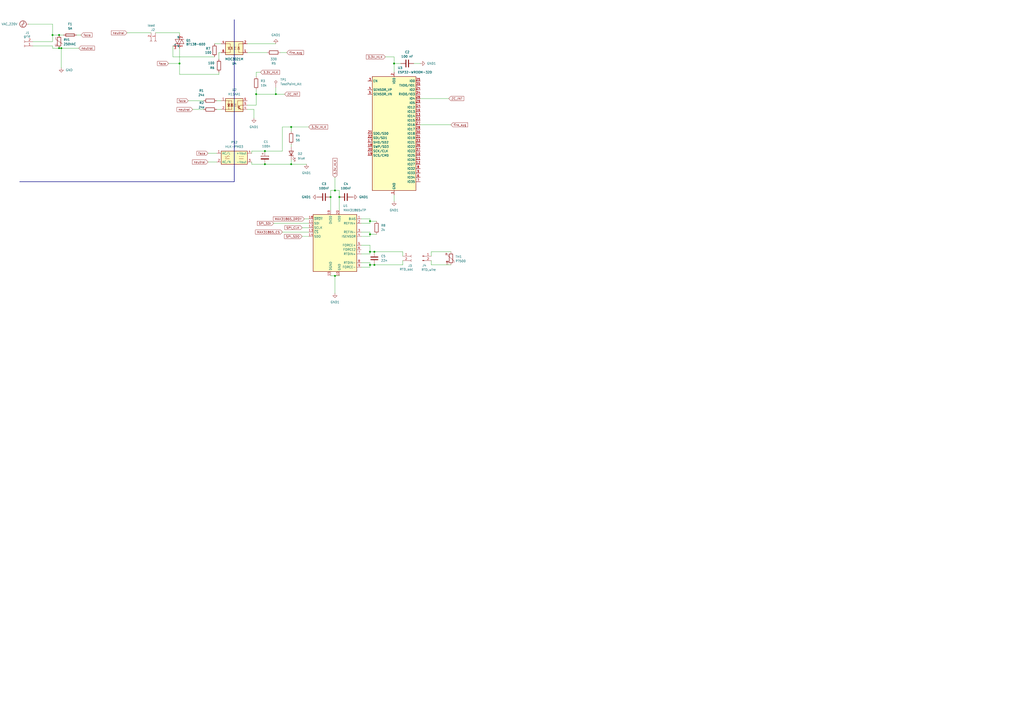
<source format=kicad_sch>
(kicad_sch (version 20250114) (generator "eeschema") (generator_version "9.0")
  (paper "A2")
  (lib_symbols
    (symbol "Connector:Conn_01x02_Pin" (pin_names (offset 1.016) (hide yes))
      (property "Reference" "J" (at 0 2.54 0))
      (property "Value" "Conn_01x02_Pin" (at 0 -5.08 0))
      (symbol "Conn_01x02_Pin_1_1"
        (rectangle (start 0.8636 0.127) (end 0 -0.127) (stroke (width 0.1524)) (fill (type outline)))
        (rectangle (start 0.8636 -2.413) (end 0 -2.667) (stroke (width 0.1524)) (fill (type outline)))
        (polyline (pts (xy 1.27 0) (xy 0.8636 0)) (stroke (width 0.1524)))
        (polyline (pts (xy 1.27 -2.54) (xy 0.8636 -2.54)) (stroke (width 0.1524)))
        (pin passive line (at 5.08 0 180) (length 3.81) (name "Pin_1") (number "1"))
        (pin passive line (at 5.08 -2.54 180) (length 3.81) (name "Pin_2") (number "2"))
      )
    )
    (symbol "Connector:Conn_01x02_Socket" (pin_names (offset 1.016) (hide yes))
      (property "Reference" "J" (at 0 2.54 0))
      (property "Value" "Conn_01x02_Socket" (at 0 -5.08 0))
      (symbol "Conn_01x02_Socket_1_1"
        (polyline (pts (xy -1.27 0) (xy -0.508 0)) (stroke (width 0.1524)))
        (polyline (pts (xy -1.27 -2.54) (xy -0.508 -2.54)) (stroke (width 0.1524)))
        (arc (start 0 -0.508) (mid -0.5058 0) (end 0 0.508) (stroke (width 0.1524)))
        (arc (start 0 -3.048) (mid -0.5058 -2.54) (end 0 -2.032) (stroke (width 0.1524)))
        (pin passive line (at -5.08 0 0) (length 3.81) (name "Pin_1") (number "1"))
        (pin passive line (at -5.08 -2.54 0) (length 3.81) (name "Pin_2") (number "2"))
      )
    )
    (symbol "Connector:TestPoint_Alt" (pin_numbers (hide yes)) (pin_names (offset 0.762) (hide yes))
      (property "Reference" "TP" (at 0 6.858 0))
      (property "Value" "TestPoint_Alt" (at 0 5.08 0))
      (symbol "TestPoint_Alt_0_1"
        (polyline (pts (xy 0 2.54) (xy -0.762 3.302) (xy 0 4.064) (xy 0.762 3.302) (xy 0 2.54)))
      )
      (symbol "TestPoint_Alt_1_1"
        (pin passive line (at 0 0 90) (length 2.54) (name "1") (number "1"))
      )
    )
    (symbol "Converter_ACDC:HLK-PM03"
      (property "Reference" "PS" (at 0 5.08 0))
      (property "Value" "HLK-PM03" (at 0 -5.08 0))
      (symbol "HLK-PM03_0_1"
        (rectangle (start -7.62 3.81) (end 7.62 -3.81) (stroke (width 0.254)) (fill (type background)))
        (polyline (pts (xy -5.334 -0.635) (xy -2.794 -0.635)))
        (arc (start -4.064 0.635) (mid -4.699 0.2495) (end -5.334 0.635))
        (arc (start -4.064 0.635) (mid -3.429 1.0072) (end -2.794 0.635))
        (polyline (pts (xy 0 3.81) (xy 0 3.175)))
        (polyline (pts (xy 0 2.54) (xy 0 1.905)))
        (polyline (pts (xy 0 1.27) (xy 0 0.635)))
        (polyline (pts (xy 0 0) (xy 0 -0.635)))
        (polyline (pts (xy 0 -1.27) (xy 0 -1.905)))
        (polyline (pts (xy 0 -2.54) (xy 0 -3.175)))
        (polyline (pts (xy 2.794 0.635) (xy 3.302 0.635)))
        (polyline (pts (xy 2.794 -0.635) (xy 5.334 -0.635)))
        (polyline (pts (xy 3.81 0.635) (xy 4.318 0.635)))
        (polyline (pts (xy 4.826 0.635) (xy 5.334 0.635)))
      )
      (symbol "HLK-PM03_1_1"
        (pin power_in line (at -10.16 2.54 0) (length 2.54) (name "AC/L") (number "1"))
        (pin power_in line (at -10.16 -2.54 0) (length 2.54) (name "AC/N") (number "2"))
        (pin power_out line (at 10.16 2.54 180) (length 2.54) (name "+Vout") (number "4"))
        (pin power_out line (at 10.16 -2.54 180) (length 2.54) (name "-Vout") (number "3"))
      )
    )
    (symbol "Device:C" (pin_numbers (hide yes)) (pin_names (offset 0.254))
      (property "Reference" "C" (at 0.635 2.54 0))
      (property "Value" "C" (at 0.635 -2.54 0))
      (symbol "C_0_1"
        (polyline (pts (xy -2.032 0.762) (xy 2.032 0.762)) (stroke (width 0.508)))
        (polyline (pts (xy -2.032 -0.762) (xy 2.032 -0.762)) (stroke (width 0.508)))
      )
      (symbol "C_1_1"
        (pin passive line (at 0 3.81 270) (length 2.794) (name "~") (number "1"))
        (pin passive line (at 0 -3.81 90) (length 2.794) (name "~") (number "2"))
      )
    )
    (symbol "Device:C_Polarized" (pin_numbers (hide yes)) (pin_names (offset 0.254))
      (property "Reference" "C" (at 0.635 2.54 0))
      (property "Value" "C_Polarized" (at 0.635 -2.54 0))
      (symbol "C_Polarized_0_1"
        (rectangle (start -2.286 0.508) (end 2.286 1.016))
        (polyline (pts (xy -1.778 2.286) (xy -0.762 2.286)))
        (polyline (pts (xy -1.27 2.794) (xy -1.27 1.778)))
        (rectangle (start 2.286 -0.508) (end -2.286 -1.016) (fill (type outline)))
      )
      (symbol "C_Polarized_1_1"
        (pin passive line (at 0 3.81 270) (length 2.794) (name "~") (number "1"))
        (pin passive line (at 0 -3.81 90) (length 2.794) (name "~") (number "2"))
      )
    )
    (symbol "Device:Fuse" (pin_numbers (hide yes)) (pin_names (offset 0))
      (property "Reference" "F" (at 2.032 0 90))
      (property "Value" "Fuse" (at -1.905 0 90))
      (symbol "Fuse_0_1"
        (rectangle (start -0.762 -2.54) (end 0.762 2.54) (stroke (width 0.254)))
        (polyline (pts (xy 0 2.54) (xy 0 -2.54)))
      )
      (symbol "Fuse_1_1"
        (pin passive line (at 0 3.81 270) (length 1.27) (name "~") (number "1"))
        (pin passive line (at 0 -3.81 90) (length 1.27) (name "~") (number "2"))
      )
    )
    (symbol "Device:LED" (pin_numbers (hide yes)) (pin_names (offset 1.016) (hide yes))
      (property "Reference" "D" (at 0 2.54 0))
      (property "Value" "LED" (at 0 -2.54 0))
      (symbol "LED_0_1"
        (polyline (pts (xy -3.048 -0.762) (xy -4.572 -2.286) (xy -3.81 -2.286) (xy -4.572 -2.286) (xy -4.572 -1.524)))
        (polyline (pts (xy -1.778 -0.762) (xy -3.302 -2.286) (xy -2.54 -2.286) (xy -3.302 -2.286) (xy -3.302 -1.524)))
        (polyline (pts (xy -1.27 0) (xy 1.27 0)))
        (polyline (pts (xy -1.27 -1.27) (xy -1.27 1.27)) (stroke (width 0.254)))
        (polyline (pts (xy 1.27 -1.27) (xy 1.27 1.27) (xy -1.27 0) (xy 1.27 -1.27)) (stroke (width 0.254)))
      )
      (symbol "LED_1_1"
        (pin passive line (at -3.81 0 0) (length 2.54) (name "K") (number "1"))
        (pin passive line (at 3.81 0 180) (length 2.54) (name "A") (number "2"))
      )
    )
    (symbol "Device:R" (pin_numbers (hide yes)) (pin_names (offset 0))
      (property "Reference" "R" (at 2.032 0 90))
      (property "Value" "R" (at 0 0 90))
      (symbol "R_0_1"
        (rectangle (start -1.016 -2.54) (end 1.016 2.54) (stroke (width 0.254)))
      )
      (symbol "R_1_1"
        (pin passive line (at 0 3.81 270) (length 1.27) (name "~") (number "1"))
        (pin passive line (at 0 -3.81 90) (length 1.27) (name "~") (number "2"))
      )
    )
    (symbol "Device:Varistor" (pin_numbers (hide yes)) (pin_names (offset 0))
      (property "Reference" "RV" (at 3.175 0 90))
      (property "Value" "Varistor" (at -3.175 0 90))
      (symbol "Varistor_0_0"
        (text "U" (at -1.778 -2.032 0) (effects (font (size 1.27 1.27))))
      )
      (symbol "Varistor_0_1"
        (polyline (pts (xy -1.905 2.54) (xy -1.905 1.27) (xy 1.905 -1.27)))
        (rectangle (start -1.016 -2.54) (end 1.016 2.54) (stroke (width 0.254)))
      )
      (symbol "Varistor_1_1"
        (pin passive line (at 0 3.81 270) (length 1.27) (name "~") (number "1"))
        (pin passive line (at 0 -3.81 90) (length 1.27) (name "~") (number "2"))
      )
    )
    (symbol "Isolator:H11AA1"
      (property "Reference" "U" (at -5.334 4.953 0))
      (property "Value" "H11AA1" (at 0.635 4.953 0))
      (symbol "H11AA1_0_1"
        (polyline (pts (xy -2.032 0.635) (xy -0.762 0.635)) (stroke (width 0.254)))
        (polyline (pts (xy -1.397 2.54) (xy -3.175 2.54)) (stroke (width 0.1524)))
        (polyline (pts (xy -1.397 0.635) (xy -1.397 2.54)))
        (polyline (pts (xy -1.397 0.635) (xy -1.397 -0.635)))
        (polyline (pts (xy -1.397 0.635) (xy -2.032 -0.635) (xy -0.762 -0.635) (xy -1.397 0.635)) (stroke (width 0.254)))
        (polyline (pts (xy -1.397 -0.635) (xy -1.397 -2.54)))
        (polyline (pts (xy -1.397 -2.54) (xy -3.175 -2.54)) (stroke (width 0.1524)))
      )
      (symbol "H11AA1_1_1"
        (rectangle (start -5.08 3.81) (end 5.08 -3.81) (stroke (width 0.254)) (fill (type background)))
        (polyline (pts (xy -5.08 -2.54) (xy -3.175 -2.54) (xy -3.175 2.54) (xy -5.08 2.54)))
        (polyline (pts (xy -3.81 -0.635) (xy -2.54 -0.635)) (stroke (width 0.254)))
        (polyline (pts (xy -3.175 -0.635) (xy -3.81 0.635) (xy -2.54 0.635) (xy -3.175 -0.635)) (stroke (width 0.254)))
        (polyline (pts (xy -0.127 0.508) (xy 1.143 0.508) (xy 0.762 0.381) (xy 0.762 0.635) (xy 1.143 0.508)))
        (polyline (pts (xy -0.127 -0.508) (xy 1.143 -0.508) (xy 0.762 -0.635) (xy 0.762 -0.381) (xy 1.143 -0.508)))
        (polyline (pts (xy 2.667 -0.254) (xy 2.667 -2.286)) (stroke (width 0.3556)))
        (polyline (pts (xy 2.667 -1.143) (xy 3.81 0)))
        (polyline (pts (xy 2.667 -1.397) (xy 3.81 -2.54)))
        (polyline (pts (xy 3.683 -2.413) (xy 3.429 -1.905) (xy 3.175 -2.159) (xy 3.683 -2.413)))
        (polyline (pts (xy 3.81 0) (xy 5.08 0)))
        (polyline (pts (xy 3.81 -2.54) (xy 5.08 -2.54)))
        (polyline (pts (xy 5.08 2.54) (xy 1.905 2.54) (xy 1.905 -1.27) (xy 2.54 -1.27)))
        (pin passive line (at -7.62 2.54 0) (length 2.54) (name "~") (number "1"))
        (pin passive line (at -7.62 -2.54 0) (length 2.54) (name "~") (number "2"))
        (pin no_connect line (at -5.08 0 0) (length 2.54) (hide yes) (name "NC") (number "3"))
        (pin passive line (at 7.62 2.54 180) (length 2.54) (name "~") (number "6"))
        (pin passive line (at 7.62 0 180) (length 2.54) (name "~") (number "5"))
        (pin passive line (at 7.62 -2.54 180) (length 2.54) (name "~") (number "4"))
      )
    )
    (symbol "RF_Module:ESP32-WROOM-32D"
      (property "Reference" "U" (at -12.7 34.29 0))
      (property "Value" "ESP32-WROOM-32D" (at 1.27 34.29 0))
      (symbol "ESP32-WROOM-32D_0_1"
        (rectangle (start -12.7 33.02) (end 12.7 -33.02) (stroke (width 0.254)) (fill (type background)))
      )
      (symbol "ESP32-WROOM-32D_1_1"
        (pin input line (at -15.24 30.48 0) (length 2.54) (name "EN") (number "3"))
        (pin input line (at -15.24 25.4 0) (length 2.54) (name "SENSOR_VP") (number "4"))
        (pin input line (at -15.24 22.86 0) (length 2.54) (name "SENSOR_VN") (number "5"))
        (pin bidirectional line (at -15.24 0 0) (length 2.54) (name "SDO/SD0") (number "21"))
        (pin bidirectional line (at -15.24 -2.54 0) (length 2.54) (name "SDI/SD1") (number "22"))
        (pin bidirectional line (at -15.24 -5.08 0) (length 2.54) (name "SHD/SD2") (number "17"))
        (pin bidirectional line (at -15.24 -7.62 0) (length 2.54) (name "SWP/SD3") (number "18"))
        (pin bidirectional line (at -15.24 -10.16 0) (length 2.54) (name "SCK/CLK") (number "20"))
        (pin bidirectional line (at -15.24 -12.7 0) (length 2.54) (name "SCS/CMD") (number "19"))
        (pin no_connect line (at -12.7 -27.94 0) (length 2.54) (hide yes) (name "NC") (number "32"))
        (pin power_in line (at 0 35.56 270) (length 2.54) (name "VDD") (number "2"))
        (pin power_in line (at 0 -35.56 90) (length 2.54) (name "GND") (number "1"))
        (pin passive line (at 0 -35.56 90) (length 2.54) (hide yes) (name "GND") (number "15"))
        (pin passive line (at 0 -35.56 90) (length 2.54) (hide yes) (name "GND") (number "38"))
        (pin passive line (at 0 -35.56 90) (length 2.54) (hide yes) (name "GND") (number "39"))
        (pin bidirectional line (at 15.24 30.48 180) (length 2.54) (name "IO0") (number "25"))
        (pin bidirectional line (at 15.24 27.94 180) (length 2.54) (name "TXD0/IO1") (number "35"))
        (pin bidirectional line (at 15.24 25.4 180) (length 2.54) (name "IO2") (number "24"))
        (pin bidirectional line (at 15.24 22.86 180) (length 2.54) (name "RXD0/IO3") (number "34"))
        (pin bidirectional line (at 15.24 20.32 180) (length 2.54) (name "IO4") (number "26"))
        (pin bidirectional line (at 15.24 17.78 180) (length 2.54) (name "IO5") (number "29"))
        (pin bidirectional line (at 15.24 15.24 180) (length 2.54) (name "IO12") (number "14"))
        (pin bidirectional line (at 15.24 12.7 180) (length 2.54) (name "IO13") (number "16"))
        (pin bidirectional line (at 15.24 10.16 180) (length 2.54) (name "IO14") (number "13"))
        (pin bidirectional line (at 15.24 7.62 180) (length 2.54) (name "IO15") (number "23"))
        (pin bidirectional line (at 15.24 5.08 180) (length 2.54) (name "IO16") (number "27"))
        (pin bidirectional line (at 15.24 2.54 180) (length 2.54) (name "IO17") (number "28"))
        (pin bidirectional line (at 15.24 0 180) (length 2.54) (name "IO18") (number "30"))
        (pin bidirectional line (at 15.24 -2.54 180) (length 2.54) (name "IO19") (number "31"))
        (pin bidirectional line (at 15.24 -5.08 180) (length 2.54) (name "IO21") (number "33"))
        (pin bidirectional line (at 15.24 -7.62 180) (length 2.54) (name "IO22") (number "36"))
        (pin bidirectional line (at 15.24 -10.16 180) (length 2.54) (name "IO23") (number "37"))
        (pin bidirectional line (at 15.24 -12.7 180) (length 2.54) (name "IO25") (number "10"))
        (pin bidirectional line (at 15.24 -15.24 180) (length 2.54) (name "IO26") (number "11"))
        (pin bidirectional line (at 15.24 -17.78 180) (length 2.54) (name "IO27") (number "12"))
        (pin bidirectional line (at 15.24 -20.32 180) (length 2.54) (name "IO32") (number "8"))
        (pin bidirectional line (at 15.24 -22.86 180) (length 2.54) (name "IO33") (number "9"))
        (pin input line (at 15.24 -25.4 180) (length 2.54) (name "IO34") (number "6"))
        (pin input line (at 15.24 -27.94 180) (length 2.54) (name "IO35") (number "7"))
      )
    )
    (symbol "Relay_SolidState:MOC3021M"
      (property "Reference" "U" (at -5.334 4.826 0))
      (property "Value" "MOC3021M" (at 0 5.08 0))
      (symbol "MOC3021M_0_1"
        (rectangle (start -5.08 3.81) (end 5.08 -3.81) (stroke (width 0.254)) (fill (type background)))
        (polyline (pts (xy -5.08 2.54) (xy -2.54 2.54) (xy -2.54 -2.54) (xy -5.08 -2.54)))
        (polyline (pts (xy -3.175 -0.635) (xy -1.905 -0.635)))
        (polyline (pts (xy -2.54 -0.635) (xy -3.175 0.635) (xy -1.905 0.635) (xy -2.54 -0.635)))
        (polyline (pts (xy -1.143 0.508) (xy 0.127 0.508) (xy -0.254 0.381) (xy -0.254 0.635) (xy 0.127 0.508)))
        (polyline (pts (xy -1.143 -0.508) (xy 0.127 -0.508) (xy -0.254 -0.635) (xy -0.254 -0.381) (xy 0.127 -0.508)))
        (polyline (pts (xy 0.889 -0.635) (xy 3.683 -0.635) (xy 3.048 0.635) (xy 2.413 -0.635)))
        (polyline (pts (xy 1.524 -0.635) (xy 1.524 0.635)))
        (polyline (pts (xy 2.286 0.635) (xy 2.286 2.54) (xy 5.08 2.54)))
        (polyline (pts (xy 2.286 -0.635) (xy 2.286 -2.54) (xy 5.08 -2.54)))
        (polyline (pts (xy 3.048 0.635) (xy 3.048 -0.635)))
        (polyline (pts (xy 3.683 0.635) (xy 0.889 0.635) (xy 1.524 -0.635) (xy 2.159 0.635)))
      )
      (symbol "MOC3021M_1_1"
        (pin passive line (at -7.62 2.54 0) (length 2.54) (name "~") (number "1"))
        (pin passive line (at -7.62 -2.54 0) (length 2.54) (name "~") (number "2"))
        (pin no_connect line (at -5.08 0 0) (length 2.54) (hide yes) (name "NC") (number "3"))
        (pin no_connect line (at 5.08 0 180) (length 2.54) (hide yes) (name "NC") (number "5"))
        (pin passive line (at 7.62 2.54 180) (length 2.54) (name "~") (number "6"))
        (pin passive line (at 7.62 -2.54 180) (length 2.54) (name "~") (number "4"))
      )
    )
    (symbol "Sensor_Temperature:MAX31865xTP"
      (property "Reference" "U" (at -11.43 19.05 0))
      (property "Value" "MAX31865xTP" (at 10.16 19.05 0))
      (symbol "MAX31865xTP_0_1"
        (rectangle (start -12.7 17.78) (end 12.7 -15.24) (stroke (width 0.254)) (fill (type background)))
      )
      (symbol "MAX31865xTP_1_1"
        (pin output line (at -15.24 15.24 0) (length 2.54) (name "~{DRDY}") (number "18"))
        (pin input line (at -15.24 12.7 0) (length 2.54) (name "SDI") (number "11"))
        (pin input line (at -15.24 10.16 0) (length 2.54) (name "SCLK") (number "12"))
        (pin input line (at -15.24 7.62 0) (length 2.54) (name "~{CS}") (number "13"))
        (pin tri_state line (at -15.24 5.08 0) (length 2.54) (name "SDO") (number "14"))
        (pin no_connect line (at -12.7 -2.54 0) (length 2.54) (hide yes) (name "NC") (number "17"))
        (pin power_in line (at -2.54 20.32 270) (length 2.54) (name "DVDD") (number "19"))
        (pin power_in line (at -2.54 -17.78 90) (length 2.54) (name "DGND") (number "15"))
        (pin power_in line (at 2.54 20.32 270) (length 2.54) (name "VDD") (number "20"))
        (pin power_in line (at 2.54 -17.78 90) (length 2.54) (name "GND") (number "10"))
        (pin passive line (at 2.54 -17.78 90) (length 2.54) (hide yes) (name "GND") (number "16"))
        (pin passive line (at 2.54 -17.78 90) (length 2.54) (hide yes) (name "GND") (number "21"))
        (pin power_out line (at 15.24 15.24 180) (length 2.54) (name "BIAS") (number "1"))
        (pin input line (at 15.24 12.7 180) (length 2.54) (name "REFIN+") (number "2"))
        (pin input line (at 15.24 7.62 180) (length 2.54) (name "REFIN-") (number "3"))
        (pin passive line (at 15.24 5.08 180) (length 2.54) (name "ISENSOR") (number "4"))
        (pin passive line (at 15.24 0 180) (length 2.54) (name "FORCE+") (number "5"))
        (pin input line (at 15.24 -2.54 180) (length 2.54) (name "FORCE2") (number "6"))
        (pin input line (at 15.24 -5.08 180) (length 2.54) (name "RTDIN+") (number "7"))
        (pin input line (at 15.24 -10.16 180) (length 2.54) (name "RTDIN-") (number "8"))
        (pin power_out line (at 15.24 -12.7 180) (length 2.54) (name "FORCE-") (number "9"))
      )
    )
    (symbol "Sensor_Temperature:PT500" (pin_numbers (hide yes)) (pin_names (offset 0))
      (property "Reference" "TH" (at -4.445 0 90))
      (property "Value" "PT500" (at 3.175 0 90))
      (symbol "PT500_0_1"
        (arc (start -3.175 2.413) (mid -3.0506 2.3165) (end -3.048 2.159))
        (arc (start -3.048 2.794) (mid -2.9736 2.9736) (end -2.794 3.048))
        (arc (start -2.794 3.048) (mid -2.6144 2.9736) (end -2.54 2.794))
        (arc (start -2.794 2.54) (mid -2.9736 2.6144) (end -3.048 2.794))
        (arc (start -2.794 1.905) (mid -2.9736 1.9794) (end -3.048 2.159))
        (arc (start -2.54 2.159) (mid -2.6144 1.9794) (end -2.794 1.905))
        (arc (start -2.159 2.794) (mid -2.434 2.5608) (end -2.794 2.54))
        (polyline (pts (xy -2.54 2.159) (xy -2.54 2.794)))
        (polyline (pts (xy -2.54 -3.683) (xy -2.54 -1.397) (xy -2.794 -2.159) (xy -2.286 -2.159) (xy -2.54 -1.397) (xy -2.54 -1.651)) (fill (type outline)))
        (polyline (pts (xy -1.778 2.54) (xy -1.778 1.524) (xy 1.778 -1.524) (xy 1.778 -2.54)))
        (polyline (pts (xy -1.778 -3.683) (xy -1.778 -1.397) (xy -2.032 -2.159) (xy -1.524 -2.159) (xy -1.778 -1.397) (xy -1.778 -1.651)) (fill (type outline)))
        (rectangle (start -1.016 2.54) (end 1.016 -2.54) (stroke (width 0.254)))
      )
      (symbol "PT500_1_1"
        (pin passive line (at 0 3.81 270) (length 1.27) (name "~") (number "1"))
        (pin passive line (at 0 -3.81 90) (length 1.27) (name "~") (number "2"))
      )
    )
    (symbol "Triac_Thyristor:BT138-600" (pin_names (offset 0))
      (property "Reference" "Q" (at 5.08 1.905 0))
      (property "Value" "BT138-600" (at 5.08 0 0))
      (symbol "BT138-600_0_1"
        (polyline (pts (xy -2.54 1.27) (xy 2.54 1.27)) (stroke (width 0.2032)))
        (polyline (pts (xy -2.54 1.27) (xy -1.27 -1.27) (xy 0 1.27)) (stroke (width 0.2032)))
        (polyline (pts (xy -2.54 -1.27) (xy 2.54 -1.27)) (stroke (width 0.2032)))
        (polyline (pts (xy -1.27 -2.54) (xy -0.635 -1.27)))
        (polyline (pts (xy 0 -1.27) (xy 1.27 1.27) (xy 2.54 -1.27)) (stroke (width 0.2032)))
      )
      (symbol "BT138-600_1_1"
        (pin input line (at -3.81 -2.54 0) (length 2.54) (name "G") (number "3"))
        (pin passive line (at 0 3.81 270) (length 2.54) (name "A2") (number "2"))
        (pin passive line (at 0 -3.81 90) (length 2.54) (name "A1") (number "1"))
      )
    )
    (symbol "power:GND" (power) (pin_numbers (hide yes)) (pin_names (offset 0) (hide yes))
      (property "Value" "GND" (at 0 -3.81 0))
      (symbol "GND_0_1"
        (polyline (pts (xy 0 0) (xy 0 -1.27) (xy 1.27 -1.27) (xy 0 -2.54) (xy -1.27 -1.27) (xy 0 -1.27)))
      )
      (symbol "GND_1_1"
        (pin power_in line (at 0 0 270) (length 0) (name "~") (number "1"))
      )
    )
    (symbol "power:GND1" (power) (pin_numbers (hide yes)) (pin_names (offset 0) (hide yes))
      (property "Value" "GND1" (at 0 -3.81 0))
      (symbol "GND1_0_1"
        (polyline (pts (xy 0 0) (xy 0 -1.27) (xy 1.27 -1.27) (xy 0 -2.54) (xy -1.27 -1.27) (xy 0 -1.27)))
      )
      (symbol "GND1_1_1"
        (pin power_in line (at 0 0 270) (length 0) (name "~") (number "1"))
      )
    )
    (symbol "power:VAC" (power) (pin_numbers (hide yes)) (pin_names (offset 0) (hide yes))
      (property "Value" "VAC" (at 0 6.35 0))
      (symbol "VAC_0_1"
        (arc (start -1.27 3.175) (mid -0.635 3.8073) (end 0 3.175) (stroke (width 0.254)))
        (circle (center 0 3.175) (radius 1.905) (stroke (width 0.254)))
        (polyline (pts (xy 0 0) (xy 0 1.27)))
        (arc (start 1.27 3.175) (mid 0.635 2.5427) (end 0 3.175) (stroke (width 0.254)))
      )
      (symbol "VAC_1_1"
        (pin power_in line (at 0 0 90) (length 0) (name "~") (number "1"))
      )
    )
  )
  (junction (at 191.77 114.3))
  (junction (at 194.31 160.02))
  (junction (at 148.59 54.61))
  (junction (at 160.02 54.61))
  (junction (at 217.17 146.05))
  (junction (at 214.63 146.05))
  (junction (at 153.67 95.25))
  (junction (at 34.29 20.32))
  (junction (at 35.56 27.94))
  (junction (at 104.14 36.83))
  (junction (at 153.67 87.63))
  (junction (at 194.31 110.49))
  (junction (at 30.48 20.32))
  (junction (at 196.85 114.3))
  (junction (at 214.63 128.27))
  (junction (at 217.17 153.67))
  (junction (at 214.63 153.67))
  (junction (at 214.63 135.89))
  (junction (at 168.91 73.66))
  (junction (at 228.6 36.83))
  (junction (at 168.91 95.25))
  (junction (at 34.29 27.94))
  (wire (pts (xy 168.91 92.71) (xy 168.91 95.25)))
  (wire (pts (xy 100.33 33.02) (xy 124.46 33.02)))
  (wire (pts (xy 125.73 88.9) (xy 120.65 88.9)))
  (wire (pts (xy 214.63 135.89) (xy 214.63 137.16)))
  (wire (pts (xy 153.67 95.25) (xy 168.91 95.25)))
  (wire (pts (xy 127 30.48) (xy 127 34.29)))
  (wire (pts (xy 209.55 142.24) (xy 214.63 142.24)))
  (wire (pts (xy 128.27 30.48) (xy 127 30.48)))
  (wire (pts (xy 217.17 146.05) (xy 214.63 146.05)))
  (wire (pts (xy 228.6 33.02) (xy 223.52 33.02)))
  (wire (pts (xy 214.63 137.16) (xy 209.55 137.16)))
  (wire (pts (xy 214.63 147.32) (xy 209.55 147.32)))
  (wire (pts (xy 176.53 127) (xy 179.07 127)))
  (wire (pts (xy 160.02 25.4) (xy 143.51 25.4)))
  (wire (pts (xy 146.05 87.63) (xy 146.05 88.9)))
  (wire (pts (xy 168.91 76.2) (xy 168.91 73.66)))
  (wire (pts (xy 100.33 26.67) (xy 100.33 33.02)))
  (wire (pts (xy 228.6 36.83) (xy 232.41 36.83)))
  (wire (pts (xy 148.59 54.61) (xy 148.59 60.96)))
  (wire (pts (xy 261.62 146.05) (xy 250.19 146.05)))
  (wire (pts (xy 233.68 153.67) (xy 233.68 151.13)))
  (wire (pts (xy 148.59 54.61) (xy 160.02 54.61)))
  (wire (pts (xy 163.83 73.66) (xy 168.91 73.66)))
  (wire (pts (xy 125.73 93.98) (xy 120.65 93.98)))
  (wire (pts (xy 168.91 83.82) (xy 168.91 85.09)))
  (wire (pts (xy 30.48 24.13) (xy 30.48 20.32)))
  (wire (pts (xy 16.51 13.97) (xy 30.48 13.97)))
  (wire (pts (xy 217.17 153.67) (xy 214.63 153.67)))
  (wire (pts (xy 214.63 152.4) (xy 209.55 152.4)))
  (wire (pts (xy 154.94 30.48) (xy 143.51 30.48)))
  (wire (pts (xy 214.63 142.24) (xy 214.63 146.05)))
  (wire (pts (xy 214.63 135.89) (xy 218.44 135.89)))
  (bus (pts (xy 135.89 11.43) (xy 135.89 105.41)))
  (wire (pts (xy 143.51 60.96) (xy 148.59 60.96)))
  (wire (pts (xy 163.83 87.63) (xy 153.67 87.63)))
  (wire (pts (xy 125.73 63.5) (xy 128.27 63.5)))
  (wire (pts (xy 166.37 30.48) (xy 162.56 30.48)))
  (wire (pts (xy 148.59 41.91) (xy 148.59 44.45)))
  (wire (pts (xy 147.32 63.5) (xy 147.32 68.58)))
  (wire (pts (xy 214.63 154.94) (xy 209.55 154.94)))
  (wire (pts (xy 160.02 54.61) (xy 165.1 54.61)))
  (wire (pts (xy 214.63 129.54) (xy 209.55 129.54)))
  (wire (pts (xy 44.45 20.32) (xy 46.99 20.32)))
  (wire (pts (xy 228.6 33.02) (xy 228.6 36.83)))
  (wire (pts (xy 111.76 63.5) (xy 118.11 63.5)))
  (wire (pts (xy 168.91 73.66) (xy 179.07 73.66)))
  (wire (pts (xy 191.77 110.49) (xy 194.31 110.49)))
  (wire (pts (xy 146.05 95.25) (xy 153.67 95.25)))
  (wire (pts (xy 194.31 102.87) (xy 194.31 110.49)))
  (wire (pts (xy 196.85 121.92) (xy 196.85 114.3)))
  (wire (pts (xy 148.59 52.07) (xy 148.59 54.61)))
  (wire (pts (xy 209.55 134.62) (xy 214.63 134.62)))
  (wire (pts (xy 196.85 114.3) (xy 196.85 110.49)))
  (wire (pts (xy 214.63 153.67) (xy 214.63 154.94)))
  (wire (pts (xy 35.56 27.94) (xy 34.29 27.94)))
  (wire (pts (xy 163.83 134.62) (xy 179.07 134.62)))
  (wire (pts (xy 228.6 113.03) (xy 228.6 116.84)))
  (wire (pts (xy 261.62 153.67) (xy 250.19 153.67)))
  (wire (pts (xy 104.14 19.05) (xy 104.14 20.32)))
  (wire (pts (xy 240.03 36.83) (xy 243.84 36.83)))
  (wire (pts (xy 146.05 87.63) (xy 153.67 87.63)))
  (wire (pts (xy 243.84 57.15) (xy 260.35 57.15)))
  (wire (pts (xy 125.73 58.42) (xy 128.27 58.42)))
  (wire (pts (xy 194.31 160.02) (xy 196.85 160.02)))
  (wire (pts (xy 30.48 13.97) (xy 30.48 20.32)))
  (bus (pts (xy 11.43 105.41) (xy 135.89 105.41)))
  (wire (pts (xy 214.63 134.62) (xy 214.63 135.89)))
  (wire (pts (xy 175.26 137.16) (xy 179.07 137.16)))
  (wire (pts (xy 243.84 72.39) (xy 261.62 72.39)))
  (wire (pts (xy 30.48 26.67) (xy 30.48 27.94)))
  (wire (pts (xy 163.83 73.66) (xy 163.83 87.63)))
  (wire (pts (xy 228.6 36.83) (xy 228.6 41.91)))
  (wire (pts (xy 214.63 152.4) (xy 214.63 153.67)))
  (wire (pts (xy 35.56 27.94) (xy 35.56 39.37)))
  (wire (pts (xy 19.05 26.67) (xy 30.48 26.67)))
  (wire (pts (xy 87.63 19.05) (xy 73.66 19.05)))
  (wire (pts (xy 191.77 121.92) (xy 191.77 114.3)))
  (wire (pts (xy 104.14 36.83) (xy 97.79 36.83)))
  (wire (pts (xy 104.14 36.83) (xy 104.14 43.18)))
  (wire (pts (xy 35.56 27.94) (xy 45.72 27.94)))
  (wire (pts (xy 127 41.91) (xy 127 43.18)))
  (wire (pts (xy 233.68 146.05) (xy 233.68 148.59)))
  (wire (pts (xy 151.13 41.91) (xy 148.59 41.91)))
  (wire (pts (xy 175.26 132.08) (xy 179.07 132.08)))
  (wire (pts (xy 30.48 27.94) (xy 34.29 27.94)))
  (wire (pts (xy 109.22 58.42) (xy 118.11 58.42)))
  (wire (pts (xy 168.91 95.25) (xy 177.8 95.25)))
  (wire (pts (xy 191.77 114.3) (xy 191.77 110.49)))
  (wire (pts (xy 104.14 19.05) (xy 90.17 19.05)))
  (wire (pts (xy 158.75 129.54) (xy 179.07 129.54)))
  (wire (pts (xy 127 43.18) (xy 104.14 43.18)))
  (wire (pts (xy 250.19 146.05) (xy 250.19 148.59)))
  (wire (pts (xy 124.46 25.4) (xy 128.27 25.4)))
  (wire (pts (xy 194.31 170.18) (xy 194.31 160.02)))
  (wire (pts (xy 250.19 153.67) (xy 250.19 151.13)))
  (wire (pts (xy 30.48 20.32) (xy 34.29 20.32)))
  (wire (pts (xy 160.02 50.8) (xy 160.02 54.61)))
  (wire (pts (xy 217.17 153.67) (xy 233.68 153.67)))
  (wire (pts (xy 104.14 36.83) (xy 104.14 27.94)))
  (wire (pts (xy 194.31 110.49) (xy 196.85 110.49)))
  (wire (pts (xy 209.55 127) (xy 214.63 127)))
  (wire (pts (xy 191.77 160.02) (xy 194.31 160.02)))
  (wire (pts (xy 214.63 128.27) (xy 214.63 129.54)))
  (wire (pts (xy 214.63 128.27) (xy 218.44 128.27)))
  (wire (pts (xy 214.63 146.05) (xy 214.63 147.32)))
  (wire (pts (xy 214.63 127) (xy 214.63 128.27)))
  (wire (pts (xy 147.32 63.5) (xy 143.51 63.5)))
  (wire (pts (xy 217.17 146.05) (xy 233.68 146.05)))
  (wire (pts (xy 34.29 20.32) (xy 36.83 20.32)))
  (wire (pts (xy 19.05 24.13) (xy 30.48 24.13)))
  (wire (pts (xy 146.05 95.25) (xy 146.05 93.98)))
  (global_label "SPI_CLK" (shape input) (at 175.26 132.08 180) (property "Intersheetrefs" "${INTERSHEET_REFS}" (effects (hide yes))))
  (global_label "ZC_INT" (shape input) (at 260.35 57.15 0) (property "Intersheetrefs" "${INTERSHEET_REFS}" (effects (hide yes))))
  (global_label "SPI_SDO" (shape input) (at 175.26 137.16 180) (property "Intersheetrefs" "${INTERSHEET_REFS}" (effects (hide yes))))
  (global_label "3.3V_HLK" (shape input) (at 194.31 102.87 90) (property "Intersheetrefs" "${INTERSHEET_REFS}" (effects (hide yes))))
  (global_label "neutral" (shape input) (at 45.72 27.94 0) (property "Intersheetrefs" "${INTERSHEET_REFS}" (effects (hide yes))))
  (global_label "MAX31865_DRDY" (shape input) (at 176.53 127 180) (property "Intersheetrefs" "${INTERSHEET_REFS}" (effects (hide yes))))
  (global_label "fire_syg" (shape input) (at 166.37 30.48 0) (property "Intersheetrefs" "${INTERSHEET_REFS}" (effects (hide yes))))
  (global_label "faza" (shape input) (at 46.99 20.32 0) (property "Intersheetrefs" "${INTERSHEET_REFS}" (effects (hide yes))))
  (global_label "neutral" (shape input) (at 120.65 93.98 180) (property "Intersheetrefs" "${INTERSHEET_REFS}" (effects (hide yes))))
  (global_label "3.3V_HLK" (shape input) (at 151.13 41.91 0) (property "Intersheetrefs" "${INTERSHEET_REFS}" (effects (hide yes))))
  (global_label "faza" (shape input) (at 120.65 88.9 180) (property "Intersheetrefs" "${INTERSHEET_REFS}" (effects (hide yes))))
  (global_label "ZC_INT" (shape input) (at 165.1 54.61 0) (property "Intersheetrefs" "${INTERSHEET_REFS}" (effects (hide yes))))
  (global_label "neutral" (shape input) (at 111.76 63.5 180) (property "Intersheetrefs" "${INTERSHEET_REFS}" (effects (hide yes))))
  (global_label "SPI_SDI" (shape input) (at 158.75 129.54 180) (property "Intersheetrefs" "${INTERSHEET_REFS}" (effects (hide yes))))
  (global_label "3.3V_HLK" (shape input) (at 179.07 73.66 0) (property "Intersheetrefs" "${INTERSHEET_REFS}" (effects (hide yes))))
  (global_label "3.3V_HLK" (shape input) (at 223.52 33.02 180) (property "Intersheetrefs" "${INTERSHEET_REFS}" (effects (hide yes))))
  (global_label "faza" (shape input) (at 109.22 58.42 180) (property "Intersheetrefs" "${INTERSHEET_REFS}" (effects (hide yes))))
  (global_label "faza" (shape input) (at 97.79 36.83 180) (property "Intersheetrefs" "${INTERSHEET_REFS}" (effects (hide yes))))
  (global_label "fire_syg" (shape input) (at 261.62 72.39 0) (property "Intersheetrefs" "${INTERSHEET_REFS}" (effects (hide yes))))
  (global_label "neutral" (shape input) (at 73.66 19.05 180) (property "Intersheetrefs" "${INTERSHEET_REFS}" (effects (hide yes))))
  (global_label "MAX31865_CS" (shape input) (at 163.83 134.62 180) (property "Intersheetrefs" "${INTERSHEET_REFS}" (effects (hide yes))))
  (symbol (lib_id "Connector:TestPoint_Alt") (at 160.02 50.8 0) (unit 1)
    (property "Reference" "TP1" (at 162.56 46.2279 0) (effects (justify left)))
    (property "Value" "TestPoint_Alt" (at 162.56 48.7679 0) (effects (justify left)))
    (property "Footprint" "TestPoint:TestPoint_Pad_D3.0mm" (effects (hide yes)))
    (property "Description" "test point (alternative shape)" (effects (hide yes)))
  )
  (symbol (lib_id "Device:C") (at 187.96 114.3 90) (unit 1)
    (property "Reference" "C3" (at 187.96 106.68 90))
    (property "Value" "100nF" (at 187.96 109.22 90))
    (property "Footprint" "Capacitor_SMD:C_1206_3216Metric_Pad1.33x1.80mm_HandSolder" (effects (hide yes)))
    (property "Description" "Unpolarized capacitor" (effects (hide yes)))
  )
  (symbol (lib_id "Device:C") (at 217.17 149.86 0) (unit 1)
    (property "Reference" "C5" (at 220.98 148.5899 0) (effects (justify left)))
    (property "Value" "22n" (at 220.98 151.1299 0) (effects (justify left)))
    (property "Footprint" "Capacitor_SMD:C_1206_3216Metric_Pad1.33x1.80mm_HandSolder" (effects (hide yes)))
    (property "Description" "Unpolarized capacitor" (effects (hide yes)))
  )
  (symbol (lib_id "Relay_SolidState:MOC3021M") (at 135.89 27.94 180) (unit 1)
    (property "Reference" "U4" (at 135.89 36.83 0))
    (property "Value" "MOC3021M" (at 135.89 34.29 0))
    (property "Footprint" "Package_DIP:DIP-6_W7.62mm_LongPads" (effects (hide yes)))
    (property "Datasheet" "https://www.onsemi.com/pub/Collateral/MOC3023M-D.PDF" (effects (hide yes)))
    (property "Description" "Random Phase Opto-Triac, Vdrm 400V, Ift 15mA, DIP6" (effects (hide yes)))
  )
  (symbol (lib_id "Device:R") (at 158.75 30.48 270) (unit 1)
    (property "Reference" "R5" (at 158.75 36.83 90))
    (property "Value" "330" (at 158.75 34.29 90))
    (property "Footprint" "Resistor_SMD:R_0603_1608Metric_Pad0.98x0.95mm_HandSolder" (effects (hide yes)))
    (property "Description" "Resistor" (effects (hide yes)))
  )
  (symbol (lib_id "Triac_Thyristor:BT138-600") (at 104.14 24.13 0) (unit 1)
    (property "Reference" "Q1" (at 107.95 23.4441 0) (effects (justify left)))
    (property "Value" "BT138-600" (at 107.95 25.654 0) (effects (justify left)))
    (property "Footprint" "Package_TO_SOT_THT:TO-220-3_Vertical" (effects (hide yes)))
    (property "Datasheet" "https://assets.nexperia.com/documents/data-sheet/BT138_SER_D_E.pdf" (effects (hide yes)))
    (property "Description" "12A RMS, 600V Off-State Voltage, Triac, TO-220" (effects (hide yes)))
  )
  (symbol (lib_id "Device:C") (at 236.22 36.83 90) (unit 1)
    (property "Reference" "C2" (at 236.22 30.226 90))
    (property "Value" "100 nF" (at 236.22 32.766 90))
    (property "Footprint" "Capacitor_SMD:C_1206_3216Metric_Pad1.33x1.80mm_HandSolder" (effects (hide yes)))
    (property "Description" "Unpolarized capacitor" (effects (hide yes)))
  )
  (symbol (lib_id "power:GND1") (at 228.6 116.84 0) (unit 1)
    (property "Reference" "#PWR03" (effects (hide yes)))
    (property "Value" "GND1" (at 228.6 121.92 0))
    (property "Description" "Power symbol creates a global label with name \"GND1\" , ground" (effects (hide yes)))
  )
  (symbol (lib_id "Converter_ACDC:HLK-PM03") (at 135.89 91.44 0) (unit 1)
    (property "Reference" "PS2" (at 135.89 82.55 0))
    (property "Value" "HLK-PM03" (at 135.89 85.09 0))
    (property "Footprint" "Converter_ACDC:Converter_ACDC_Hi-Link_HLK-PMxx" (effects (hide yes)))
    (property "Datasheet" "https://h.hlktech.com/download/ACDC%E7%94%B5%E6%BA%90%E6%A8%A1%E5%9D%973W%E7%B3%BB%E5%88%97/1/%E6%B5%B7%E5%87%8C%E7%A7%913W%E7%B3%BB%E5%88%97%E7%94%B5%E6%BA%90%E6%A8%A1%E5%9D%97%E8%A7%84%E6%A0%BC%E4%B9%A6V2.8.pdf" (effects (hide yes)))
    (property "Description" "Compact AC/DC board mount power module 3W 3V3" (effects (hide yes)))
  )
  (symbol (lib_id "power:GND1") (at 160.02 25.4 180) (unit 1)
    (property "Reference" "#PWR07" (effects (hide yes)))
    (property "Value" "GND1" (at 160.02 20.32 0))
    (property "Description" "Power symbol creates a global label with name \"GND1\" , ground" (effects (hide yes)))
  )
  (symbol (lib_id "Device:C") (at 200.66 114.3 90) (unit 1)
    (property "Reference" "C4" (at 200.66 106.68 90))
    (property "Value" "100nF" (at 200.66 109.22 90))
    (property "Footprint" "Capacitor_SMD:C_1206_3216Metric_Pad1.33x1.80mm_HandSolder" (effects (hide yes)))
    (property "Description" "Unpolarized capacitor" (effects (hide yes)))
  )
  (symbol (lib_id "power:GND1") (at 147.32 68.58 0) (unit 1)
    (property "Reference" "#PWR04" (effects (hide yes)))
    (property "Value" "GND1" (at 147.32 73.66 0))
    (property "Description" "Power symbol creates a global label with name \"GND1\" , ground" (effects (hide yes)))
  )
  (symbol (lib_id "Device:R") (at 148.59 48.26 0) (unit 1)
    (property "Reference" "R3" (at 151.13 46.9899 0) (effects (justify left)))
    (property "Value" "10k" (at 151.13 49.5299 0) (effects (justify left)))
    (property "Footprint" "Resistor_SMD:R_0603_1608Metric_Pad0.98x0.95mm_HandSolder" (effects (hide yes)))
    (property "Description" "Resistor" (effects (hide yes)))
  )
  (symbol (lib_id "power:GND1") (at 204.47 114.3 90) (unit 1)
    (property "Reference" "#PWR08" (effects (hide yes)))
    (property "Value" "GND1" (at 208.28 114.2999 90) (effects (justify right)))
    (property "Description" "Power symbol creates a global label with name \"GND1\" , ground" (effects (hide yes)))
  )
  (symbol (lib_id "Sensor_Temperature:MAX31865xTP") (at 194.31 142.24 0) (unit 1)
    (property "Reference" "U1" (at 198.9933 119.38 0) (effects (justify left)))
    (property "Value" "MAX31865xTP" (at 199.136 121.92 0) (effects (justify left)))
    (property "Footprint" "Package_SO:SSOP-20_4.4x6.5mm_P0.65mm" (effects (hide yes)))
    (property "Datasheet" "https://www.analog.com/media/en/technical-documentation/data-sheets/MAX31865.pdf" (effects (hide yes)))
    (property "Description" "RTD-to-Digital Converter, TQFN-20" (effects (hide yes)))
  )
  (symbol (lib_id "Device:R") (at 124.46 29.21 0) (unit 1)
    (property "Reference" "R7" (at 119.38 28.194 0) (effects (justify left)))
    (property "Value" "100" (at 118.872 30.48 0) (effects (justify left)))
    (property "Footprint" "Resistor_SMD:R_0603_1608Metric_Pad0.98x0.95mm_HandSolder" (effects (hide yes)))
    (property "Description" "Resistor" (effects (hide yes)))
  )
  (symbol (lib_id "Device:R") (at 218.44 132.08 0) (unit 1)
    (property "Reference" "R8" (at 220.98 130.8099 0) (effects (justify left)))
    (property "Value" "2k" (at 220.98 133.3499 0) (effects (justify left)))
    (property "Footprint" "Resistor_SMD:R_0603_1608Metric_Pad0.98x0.95mm_HandSolder" (effects (hide yes)))
    (property "Description" "Resistor" (effects (hide yes)))
  )
  (symbol (lib_id "Device:R") (at 168.91 80.01 0) (unit 1)
    (property "Reference" "R4" (at 171.45 78.7399 0) (effects (justify left)))
    (property "Value" "56" (at 171.45 81.2799 0) (effects (justify left)))
    (property "Footprint" "Resistor_SMD:R_0603_1608Metric_Pad0.98x0.95mm_HandSolder" (effects (hide yes)))
    (property "Description" "Resistor" (effects (hide yes)))
  )
  (symbol (lib_id "power:GND1") (at 194.31 170.18 0) (unit 1)
    (property "Reference" "#PWR010" (effects (hide yes)))
    (property "Value" "GND1" (at 194.31 175.26 0))
    (property "Description" "Power symbol creates a global label with name \"GND1\" , ground" (effects (hide yes)))
  )
  (symbol (lib_id "Device:C_Polarized") (at 153.67 91.44 0) (unit 1)
    (property "Reference" "C1" (at 152.908 82.296 0) (effects (justify left)))
    (property "Value" "100n" (at 151.892 84.836 0) (effects (justify left)))
    (property "Footprint" "Capacitor_SMD:C_1206_3216Metric_Pad1.33x1.80mm_HandSolder" (effects (hide yes)))
    (property "Description" "Polarized capacitor" (effects (hide yes)))
  )
  (symbol (lib_id "Connector:Conn_01x02_Socket") (at 90.17 24.13 270) (unit 1)
    (property "Reference" "J2" (at 89.916 17.272 90) (effects (justify right)))
    (property "Value" "load" (at 89.916 14.732 90) (effects (justify right)))
    (property "Footprint" "Connector_JST:JST_NV_B02P-NV_1x02_P5.00mm_Vertical" (effects (hide yes)))
    (property "Description" "Generic connector, single row, 01x02, script generated" (effects (hide yes)))
  )
  (symbol (lib_id "power:VAC") (at 16.51 13.97 90) (unit 1)
    (property "Reference" "#PWR01" (effects (hide yes)))
    (property "Value" "VAC_220V" (at 10.16 13.9699 90) (effects (justify left)))
    (property "Description" "Power symbol creates a global label with name \"VAC\"" (effects (hide yes)))
  )
  (symbol (lib_id "power:GND1") (at 184.15 114.3 270) (unit 1)
    (property "Reference" "#PWR09" (effects (hide yes)))
    (property "Value" "GND1" (at 180.34 114.2999 90) (effects (justify right)))
    (property "Description" "Power symbol creates a global label with name \"GND1\" , ground" (effects (hide yes)))
  )
  (symbol (lib_id "Device:R") (at 121.92 58.42 270) (unit 1)
    (property "Reference" "R1" (at 116.84 52.578 90))
    (property "Value" "24k" (at 116.84 55.118 90))
    (property "Footprint" "Resistor_THT:R_Axial_DIN0207_L6.3mm_D2.5mm_P10.16mm_Horizontal" (effects (hide yes)))
    (property "Description" "Resistor" (effects (hide yes)))
  )
  (symbol (lib_id "RF_Module:ESP32-WROOM-32D") (at 228.6 77.47 0) (unit 1)
    (property "Reference" "U3" (at 230.7433 39.37 0) (effects (justify left)))
    (property "Value" "ESP32-WROOM-32D" (at 230.7433 41.91 0) (effects (justify left)))
    (property "Footprint" "RF_Module:ESP32-WROOM-32D" (effects (hide yes)))
    (property "Datasheet" "https://www.espressif.com/sites/default/files/documentation/esp32-wroom-32d_esp32-wroom-32u_datasheet_en.pdf" (effects (hide yes)))
    (property "Description" "RF Module, ESP32-D0WD SoC, Wi-Fi 802.11b/g/n, Bluetooth, BLE, 32-bit, 2.7-3.6V, onboard antenna, SMD" (effects (hide yes)))
  )
  (symbol (lib_id "Connector:Conn_01x02_Socket") (at 238.76 148.59 0) (unit 1)
    (property "Reference" "J3" (at 239.014 154.178 0) (effects (justify right)))
    (property "Value" "RTD_soc" (at 239.776 156.21 0) (effects (justify right)))
    (property "Footprint" "Connector_JST:JST_NV_B02P-NV_1x02_P5.00mm_Vertical" (effects (hide yes)))
    (property "Description" "Generic connector, single row, 01x02, script generated" (effects (hide yes)))
  )
  (symbol (lib_id "Device:R") (at 121.92 63.5 270) (unit 1)
    (property "Reference" "R2" (at 116.9485 59.69 90))
    (property "Value" "24k" (at 116.9485 62.23 90))
    (property "Footprint" "Resistor_THT:R_Axial_DIN0207_L6.3mm_D2.5mm_P10.16mm_Horizontal" (effects (hide yes)))
    (property "Description" "Resistor" (effects (hide yes)))
  )
  (symbol (lib_id "power:GND") (at 35.56 39.37 0) (unit 1)
    (property "Reference" "#PWR02" (effects (hide yes)))
    (property "Value" "GND" (at 38.1 40.6399 0) (effects (justify left)))
    (property "Description" "Power symbol creates a global label with name \"GND\" , ground" (effects (hide yes)))
  )
  (symbol (lib_id "Device:Fuse") (at 40.64 20.32 90) (unit 1)
    (property "Reference" "F1" (at 40.64 13.97 90))
    (property "Value" "5A" (at 40.64 16.51 90))
    (property "Footprint" "Fuse:Fuseholder_Clip-5x20mm_Keystone_3512P_Inline_P23.62x7.27mm_D1.02x2.41x1.02x1.57mm_Horizontal" (effects (hide yes)))
    (property "Description" "Fuse" (effects (hide yes)))
  )
  (symbol (lib_id "Isolator:H11AA1") (at 135.89 60.96 0) (unit 1)
    (property "Reference" "U2" (at 135.89 52.07 0))
    (property "Value" "H11AA1" (at 135.89 54.61 0))
    (property "Footprint" "Package_DIP:DIP-6_W7.62mm" (effects (hide yes)))
    (property "Datasheet" "https://www.vishay.com/docs/83608/h11aa1.pdf" (effects (hide yes)))
    (property "Description" "AC/DC NPN Optocoupler, DIP-6" (effects (hide yes)))
  )
  (symbol (lib_id "Device:R") (at 127 38.1 180) (unit 1)
    (property "Reference" "R6" (at 124.46 39.3701 0) (effects (justify left)))
    (property "Value" "100" (at 124.46 36.576 0) (effects (justify left)))
    (property "Footprint" "Resistor_SMD:R_0603_1608Metric_Pad0.98x0.95mm_HandSolder" (effects (hide yes)))
    (property "Description" "Resistor" (effects (hide yes)))
  )
  (symbol (lib_id "Device:LED") (at 168.91 88.9 90) (unit 1)
    (property "Reference" "D2" (at 172.72 89.2174 90) (effects (justify right)))
    (property "Value" "blue" (at 172.72 91.7574 90) (effects (justify right)))
    (property "Footprint" "LED_THT:LED_D2.0mm_W4.0mm_H2.8mm_FlatTop" (effects (hide yes)))
    (property "Description" "Light emitting diode" (effects (hide yes)))
    (property "Sim.Pins" "1=K 2=A" (effects (hide yes)))
  )
  (symbol (lib_id "power:GND1") (at 243.84 36.83 90) (unit 1)
    (property "Reference" "#PWR06" (effects (hide yes)))
    (property "Value" "GND1" (at 247.65 36.8299 90) (effects (justify right)))
    (property "Description" "Power symbol creates a global label with name \"GND1\" , ground" (effects (hide yes)))
  )
  (symbol (lib_id "power:GND1") (at 177.8 95.25 0) (unit 1)
    (property "Reference" "#PWR05" (effects (hide yes)))
    (property "Value" "GND1" (at 177.8 100.33 0))
    (property "Description" "Power symbol creates a global label with name \"GND1\" , ground" (effects (hide yes)))
  )
  (symbol (lib_id "Connector:Conn_01x02_Socket") (at 13.97 26.67 180) (unit 1)
    (property "Reference" "J1" (at 14.732 19.05 0) (effects (justify right)))
    (property "Value" "grid" (at 13.716 21.082 0) (effects (justify right)))
    (property "Footprint" "Connector_JST:JST_NV_B02P-NV_1x02_P5.00mm_Vertical" (effects (hide yes)))
    (property "Description" "Generic connector, single row, 01x02, script generated" (effects (hide yes)))
  )
  (symbol (lib_id "Device:Varistor") (at 34.29 24.13 0) (unit 1)
    (property "Reference" "RV1" (at 36.83 23.0532 0) (effects (justify left)))
    (property "Value" "250VAC" (at 36.83 25.5932 0) (effects (justify left)))
    (property "Footprint" "Varistor:RV_Disc_D15.5mm_W4.2mm_P7.5mm" (effects (hide yes)))
    (property "Description" "Voltage dependent resistor" (effects (hide yes)))
    (property "Sim.Name" "kicad_builtin_varistor" (effects (hide yes)))
    (property "Sim.Device" "SUBCKT" (effects (hide yes)))
    (property "Sim.Pins" "1=A 2=B" (effects (hide yes)))
    (property "Sim.Params" "threshold=1k" (effects (hide yes)))
    (property "Sim.Library" "${KICAD9_SYMBOL_DIR}/Simulation_SPICE.sp" (effects (hide yes)))
  )
  (symbol (lib_id "Sensor_Temperature:PT500") (at 261.62 149.86 0) (unit 1) (on_board no)
    (property "Reference" "TH1" (at 264.16 148.9074 0) (effects (justify left)))
    (property "Value" "PT500" (at 264.16 151.4474 0) (effects (justify left)))
    (property "Datasheet" "https://www.heraeus.com/media/media/group/doc_group/products_1/hst/sot_to/de_15/to_92_d.pdf" (effects (hide yes)))
    (property "Description" "PT500 platinum temperature sensor (RTD)" (effects (hide yes)))
  )
  (symbol (lib_id "Connector:Conn_01x02_Pin") (at 245.11 148.59 0) (unit 1) (on_board no)
    (property "Reference" "J4" (at 246.126 153.924 0))
    (property "Value" "RTD_wire" (at 248.666 156.464 0))
    (property "Description" "Generic connector, single row, 01x02, script generated" (effects (hide yes)))
  )
)
</source>
